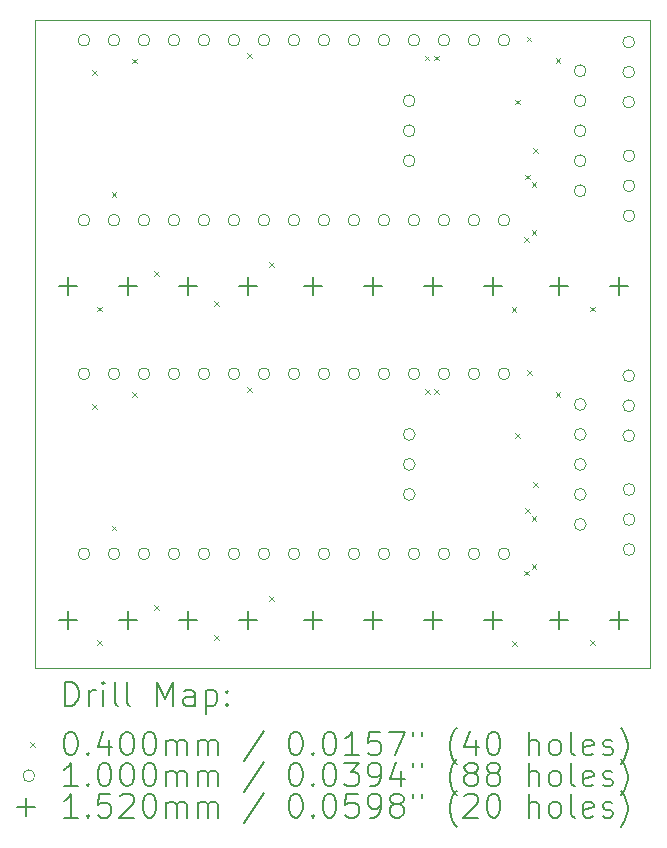
<source format=gbr>
%FSLAX45Y45*%
G04 Gerber Fmt 4.5, Leading zero omitted, Abs format (unit mm)*
G04 Created by KiCad (PCBNEW (6.0.0)) date 2022-10-01 21:34:54*
%MOMM*%
%LPD*%
G01*
G04 APERTURE LIST*
%TA.AperFunction,Profile*%
%ADD10C,0.100000*%
%TD*%
%ADD11C,0.200000*%
%ADD12C,0.040000*%
%ADD13C,0.100000*%
%ADD14C,0.152000*%
G04 APERTURE END LIST*
D10*
X11739380Y-8026400D02*
X16946880Y-8026400D01*
X16946880Y-8026400D02*
X16946880Y-2539500D01*
X16946880Y-2539500D02*
X11739380Y-2539500D01*
X11739380Y-2539500D02*
X11739380Y-8026400D01*
D11*
D12*
X12222300Y-2961460D02*
X12262300Y-3001460D01*
X12262300Y-2961460D02*
X12222300Y-3001460D01*
X12222800Y-5786440D02*
X12262800Y-5826440D01*
X12262800Y-5786440D02*
X12222800Y-5826440D01*
X12262940Y-4962980D02*
X12302940Y-5002980D01*
X12302940Y-4962980D02*
X12262940Y-5002980D01*
X12263440Y-7787960D02*
X12303440Y-7827960D01*
X12303440Y-7787960D02*
X12263440Y-7827960D01*
X12384860Y-3992700D02*
X12424860Y-4032700D01*
X12424860Y-3992700D02*
X12384860Y-4032700D01*
X12385360Y-6817680D02*
X12425360Y-6857680D01*
X12425360Y-6817680D02*
X12385360Y-6857680D01*
X12557580Y-2864940D02*
X12597580Y-2904940D01*
X12597580Y-2864940D02*
X12557580Y-2904940D01*
X12558080Y-5689920D02*
X12598080Y-5729920D01*
X12598080Y-5689920D02*
X12558080Y-5729920D01*
X12745540Y-4663260D02*
X12785540Y-4703260D01*
X12785540Y-4663260D02*
X12745540Y-4703260D01*
X12746040Y-7488240D02*
X12786040Y-7528240D01*
X12786040Y-7488240D02*
X12746040Y-7528240D01*
X13253540Y-4917260D02*
X13293540Y-4957260D01*
X13293540Y-4917260D02*
X13253540Y-4957260D01*
X13254040Y-7742240D02*
X13294040Y-7782240D01*
X13294040Y-7742240D02*
X13254040Y-7782240D01*
X13532940Y-2819220D02*
X13572940Y-2859220D01*
X13572940Y-2819220D02*
X13532940Y-2859220D01*
X13533440Y-5644200D02*
X13573440Y-5684200D01*
X13573440Y-5644200D02*
X13533440Y-5684200D01*
X13720900Y-4587060D02*
X13760900Y-4627060D01*
X13760900Y-4587060D02*
X13720900Y-4627060D01*
X13721400Y-7412040D02*
X13761400Y-7452040D01*
X13761400Y-7412040D02*
X13721400Y-7452040D01*
X15036620Y-2839540D02*
X15076620Y-2879540D01*
X15076620Y-2839540D02*
X15036620Y-2879540D01*
X15037120Y-5664520D02*
X15077120Y-5704520D01*
X15077120Y-5664520D02*
X15037120Y-5704520D01*
X15117900Y-2839540D02*
X15157900Y-2879540D01*
X15157900Y-2839540D02*
X15117900Y-2879540D01*
X15118400Y-5664520D02*
X15158400Y-5704520D01*
X15158400Y-5664520D02*
X15118400Y-5704520D01*
X15773220Y-4968060D02*
X15813220Y-5008060D01*
X15813220Y-4968060D02*
X15773220Y-5008060D01*
X15773720Y-7793040D02*
X15813720Y-7833040D01*
X15813720Y-7793040D02*
X15773720Y-7833040D01*
X15803700Y-3210380D02*
X15843700Y-3250380D01*
X15843700Y-3210380D02*
X15803700Y-3250380D01*
X15804200Y-6035360D02*
X15844200Y-6075360D01*
X15844200Y-6035360D02*
X15804200Y-6075360D01*
X15879900Y-4373700D02*
X15919900Y-4413700D01*
X15919900Y-4373700D02*
X15879900Y-4413700D01*
X15880400Y-7198680D02*
X15920400Y-7238680D01*
X15920400Y-7198680D02*
X15880400Y-7238680D01*
X15884980Y-3845380D02*
X15924980Y-3885380D01*
X15924980Y-3845380D02*
X15884980Y-3885380D01*
X15885480Y-6670360D02*
X15925480Y-6710360D01*
X15925480Y-6670360D02*
X15885480Y-6710360D01*
X15900220Y-2676980D02*
X15940220Y-2716980D01*
X15940220Y-2676980D02*
X15900220Y-2716980D01*
X15900720Y-5501960D02*
X15940720Y-5541960D01*
X15940720Y-5501960D02*
X15900720Y-5541960D01*
X15940860Y-3911420D02*
X15980860Y-3951420D01*
X15980860Y-3911420D02*
X15940860Y-3951420D01*
X15940860Y-4317820D02*
X15980860Y-4357820D01*
X15980860Y-4317820D02*
X15940860Y-4357820D01*
X15941360Y-6736400D02*
X15981360Y-6776400D01*
X15981360Y-6736400D02*
X15941360Y-6776400D01*
X15941360Y-7142800D02*
X15981360Y-7182800D01*
X15981360Y-7142800D02*
X15941360Y-7182800D01*
X15956100Y-3623270D02*
X15996100Y-3663270D01*
X15996100Y-3623270D02*
X15956100Y-3663270D01*
X15956600Y-6448250D02*
X15996600Y-6488250D01*
X15996600Y-6448250D02*
X15956600Y-6488250D01*
X16144060Y-2859860D02*
X16184060Y-2899860D01*
X16184060Y-2859860D02*
X16144060Y-2899860D01*
X16144560Y-5684840D02*
X16184560Y-5724840D01*
X16184560Y-5684840D02*
X16144560Y-5724840D01*
X16438700Y-4962980D02*
X16478700Y-5002980D01*
X16478700Y-4962980D02*
X16438700Y-5002980D01*
X16439200Y-7787960D02*
X16479200Y-7827960D01*
X16479200Y-7787960D02*
X16439200Y-7827960D01*
D13*
X12200860Y-2708140D02*
G75*
G03*
X12200860Y-2708140I-50000J0D01*
G01*
X12200860Y-4232140D02*
G75*
G03*
X12200860Y-4232140I-50000J0D01*
G01*
X12201360Y-5533120D02*
G75*
G03*
X12201360Y-5533120I-50000J0D01*
G01*
X12201360Y-7057120D02*
G75*
G03*
X12201360Y-7057120I-50000J0D01*
G01*
X12454860Y-2708140D02*
G75*
G03*
X12454860Y-2708140I-50000J0D01*
G01*
X12454860Y-4232140D02*
G75*
G03*
X12454860Y-4232140I-50000J0D01*
G01*
X12455360Y-5533120D02*
G75*
G03*
X12455360Y-5533120I-50000J0D01*
G01*
X12455360Y-7057120D02*
G75*
G03*
X12455360Y-7057120I-50000J0D01*
G01*
X12708860Y-2708140D02*
G75*
G03*
X12708860Y-2708140I-50000J0D01*
G01*
X12708860Y-4232140D02*
G75*
G03*
X12708860Y-4232140I-50000J0D01*
G01*
X12709360Y-5533120D02*
G75*
G03*
X12709360Y-5533120I-50000J0D01*
G01*
X12709360Y-7057120D02*
G75*
G03*
X12709360Y-7057120I-50000J0D01*
G01*
X12962860Y-2708140D02*
G75*
G03*
X12962860Y-2708140I-50000J0D01*
G01*
X12962860Y-4232140D02*
G75*
G03*
X12962860Y-4232140I-50000J0D01*
G01*
X12963360Y-5533120D02*
G75*
G03*
X12963360Y-5533120I-50000J0D01*
G01*
X12963360Y-7057120D02*
G75*
G03*
X12963360Y-7057120I-50000J0D01*
G01*
X13216860Y-2708140D02*
G75*
G03*
X13216860Y-2708140I-50000J0D01*
G01*
X13216860Y-4232140D02*
G75*
G03*
X13216860Y-4232140I-50000J0D01*
G01*
X13217360Y-5533120D02*
G75*
G03*
X13217360Y-5533120I-50000J0D01*
G01*
X13217360Y-7057120D02*
G75*
G03*
X13217360Y-7057120I-50000J0D01*
G01*
X13470860Y-2708140D02*
G75*
G03*
X13470860Y-2708140I-50000J0D01*
G01*
X13470860Y-4232140D02*
G75*
G03*
X13470860Y-4232140I-50000J0D01*
G01*
X13471360Y-5533120D02*
G75*
G03*
X13471360Y-5533120I-50000J0D01*
G01*
X13471360Y-7057120D02*
G75*
G03*
X13471360Y-7057120I-50000J0D01*
G01*
X13724860Y-2708140D02*
G75*
G03*
X13724860Y-2708140I-50000J0D01*
G01*
X13724860Y-4232140D02*
G75*
G03*
X13724860Y-4232140I-50000J0D01*
G01*
X13725360Y-5533120D02*
G75*
G03*
X13725360Y-5533120I-50000J0D01*
G01*
X13725360Y-7057120D02*
G75*
G03*
X13725360Y-7057120I-50000J0D01*
G01*
X13978860Y-2708140D02*
G75*
G03*
X13978860Y-2708140I-50000J0D01*
G01*
X13978860Y-4232140D02*
G75*
G03*
X13978860Y-4232140I-50000J0D01*
G01*
X13979360Y-5533120D02*
G75*
G03*
X13979360Y-5533120I-50000J0D01*
G01*
X13979360Y-7057120D02*
G75*
G03*
X13979360Y-7057120I-50000J0D01*
G01*
X14232860Y-2708140D02*
G75*
G03*
X14232860Y-2708140I-50000J0D01*
G01*
X14232860Y-4232140D02*
G75*
G03*
X14232860Y-4232140I-50000J0D01*
G01*
X14233360Y-5533120D02*
G75*
G03*
X14233360Y-5533120I-50000J0D01*
G01*
X14233360Y-7057120D02*
G75*
G03*
X14233360Y-7057120I-50000J0D01*
G01*
X14486860Y-2708140D02*
G75*
G03*
X14486860Y-2708140I-50000J0D01*
G01*
X14486860Y-4232140D02*
G75*
G03*
X14486860Y-4232140I-50000J0D01*
G01*
X14487360Y-5533120D02*
G75*
G03*
X14487360Y-5533120I-50000J0D01*
G01*
X14487360Y-7057120D02*
G75*
G03*
X14487360Y-7057120I-50000J0D01*
G01*
X14740860Y-2708140D02*
G75*
G03*
X14740860Y-2708140I-50000J0D01*
G01*
X14740860Y-4232140D02*
G75*
G03*
X14740860Y-4232140I-50000J0D01*
G01*
X14741360Y-5533120D02*
G75*
G03*
X14741360Y-5533120I-50000J0D01*
G01*
X14741360Y-7057120D02*
G75*
G03*
X14741360Y-7057120I-50000J0D01*
G01*
X14954220Y-3220220D02*
G75*
G03*
X14954220Y-3220220I-50000J0D01*
G01*
X14954220Y-3474220D02*
G75*
G03*
X14954220Y-3474220I-50000J0D01*
G01*
X14954220Y-3728220D02*
G75*
G03*
X14954220Y-3728220I-50000J0D01*
G01*
X14954720Y-6045200D02*
G75*
G03*
X14954720Y-6045200I-50000J0D01*
G01*
X14954720Y-6299200D02*
G75*
G03*
X14954720Y-6299200I-50000J0D01*
G01*
X14954720Y-6553200D02*
G75*
G03*
X14954720Y-6553200I-50000J0D01*
G01*
X14994860Y-2708140D02*
G75*
G03*
X14994860Y-2708140I-50000J0D01*
G01*
X14994860Y-4232140D02*
G75*
G03*
X14994860Y-4232140I-50000J0D01*
G01*
X14995360Y-5533120D02*
G75*
G03*
X14995360Y-5533120I-50000J0D01*
G01*
X14995360Y-7057120D02*
G75*
G03*
X14995360Y-7057120I-50000J0D01*
G01*
X15248860Y-2708140D02*
G75*
G03*
X15248860Y-2708140I-50000J0D01*
G01*
X15248860Y-4232140D02*
G75*
G03*
X15248860Y-4232140I-50000J0D01*
G01*
X15249360Y-5533120D02*
G75*
G03*
X15249360Y-5533120I-50000J0D01*
G01*
X15249360Y-7057120D02*
G75*
G03*
X15249360Y-7057120I-50000J0D01*
G01*
X15502860Y-2708140D02*
G75*
G03*
X15502860Y-2708140I-50000J0D01*
G01*
X15502860Y-4232140D02*
G75*
G03*
X15502860Y-4232140I-50000J0D01*
G01*
X15503360Y-5533120D02*
G75*
G03*
X15503360Y-5533120I-50000J0D01*
G01*
X15503360Y-7057120D02*
G75*
G03*
X15503360Y-7057120I-50000J0D01*
G01*
X15756860Y-2708140D02*
G75*
G03*
X15756860Y-2708140I-50000J0D01*
G01*
X15756860Y-4232140D02*
G75*
G03*
X15756860Y-4232140I-50000J0D01*
G01*
X15757360Y-5533120D02*
G75*
G03*
X15757360Y-5533120I-50000J0D01*
G01*
X15757360Y-7057120D02*
G75*
G03*
X15757360Y-7057120I-50000J0D01*
G01*
X16402020Y-2966220D02*
G75*
G03*
X16402020Y-2966220I-50000J0D01*
G01*
X16402020Y-3220220D02*
G75*
G03*
X16402020Y-3220220I-50000J0D01*
G01*
X16402020Y-3474220D02*
G75*
G03*
X16402020Y-3474220I-50000J0D01*
G01*
X16402020Y-3728220D02*
G75*
G03*
X16402020Y-3728220I-50000J0D01*
G01*
X16402020Y-3982220D02*
G75*
G03*
X16402020Y-3982220I-50000J0D01*
G01*
X16402520Y-5791200D02*
G75*
G03*
X16402520Y-5791200I-50000J0D01*
G01*
X16402520Y-6045200D02*
G75*
G03*
X16402520Y-6045200I-50000J0D01*
G01*
X16402520Y-6299200D02*
G75*
G03*
X16402520Y-6299200I-50000J0D01*
G01*
X16402520Y-6553200D02*
G75*
G03*
X16402520Y-6553200I-50000J0D01*
G01*
X16402520Y-6807200D02*
G75*
G03*
X16402520Y-6807200I-50000J0D01*
G01*
X16813500Y-2723880D02*
G75*
G03*
X16813500Y-2723880I-50000J0D01*
G01*
X16813500Y-2977880D02*
G75*
G03*
X16813500Y-2977880I-50000J0D01*
G01*
X16813500Y-3231880D02*
G75*
G03*
X16813500Y-3231880I-50000J0D01*
G01*
X16814000Y-5548860D02*
G75*
G03*
X16814000Y-5548860I-50000J0D01*
G01*
X16814000Y-5802860D02*
G75*
G03*
X16814000Y-5802860I-50000J0D01*
G01*
X16814000Y-6056860D02*
G75*
G03*
X16814000Y-6056860I-50000J0D01*
G01*
X16816000Y-3686080D02*
G75*
G03*
X16816000Y-3686080I-50000J0D01*
G01*
X16816000Y-3940080D02*
G75*
G03*
X16816000Y-3940080I-50000J0D01*
G01*
X16816000Y-4194080D02*
G75*
G03*
X16816000Y-4194080I-50000J0D01*
G01*
X16816500Y-6511060D02*
G75*
G03*
X16816500Y-6511060I-50000J0D01*
G01*
X16816500Y-6765060D02*
G75*
G03*
X16816500Y-6765060I-50000J0D01*
G01*
X16816500Y-7019060D02*
G75*
G03*
X16816500Y-7019060I-50000J0D01*
G01*
D14*
X12013700Y-4713940D02*
X12013700Y-4865940D01*
X11937700Y-4789940D02*
X12089700Y-4789940D01*
X12014200Y-7538920D02*
X12014200Y-7690920D01*
X11938200Y-7614920D02*
X12090200Y-7614920D01*
X12521700Y-4713940D02*
X12521700Y-4865940D01*
X12445700Y-4789940D02*
X12597700Y-4789940D01*
X12522200Y-7538920D02*
X12522200Y-7690920D01*
X12446200Y-7614920D02*
X12598200Y-7614920D01*
X13029700Y-4713940D02*
X13029700Y-4865940D01*
X12953700Y-4789940D02*
X13105700Y-4789940D01*
X13030200Y-7538920D02*
X13030200Y-7690920D01*
X12954200Y-7614920D02*
X13106200Y-7614920D01*
X13537700Y-4713940D02*
X13537700Y-4865940D01*
X13461700Y-4789940D02*
X13613700Y-4789940D01*
X13538200Y-7538920D02*
X13538200Y-7690920D01*
X13462200Y-7614920D02*
X13614200Y-7614920D01*
X14091420Y-4713940D02*
X14091420Y-4865940D01*
X14015420Y-4789940D02*
X14167420Y-4789940D01*
X14091920Y-7538920D02*
X14091920Y-7690920D01*
X14015920Y-7614920D02*
X14167920Y-7614920D01*
X14599420Y-4713940D02*
X14599420Y-4865940D01*
X14523420Y-4789940D02*
X14675420Y-4789940D01*
X14599920Y-7538920D02*
X14599920Y-7690920D01*
X14523920Y-7614920D02*
X14675920Y-7614920D01*
X15107420Y-4713940D02*
X15107420Y-4865940D01*
X15031420Y-4789940D02*
X15183420Y-4789940D01*
X15107920Y-7538920D02*
X15107920Y-7690920D01*
X15031920Y-7614920D02*
X15183920Y-7614920D01*
X15615420Y-4713940D02*
X15615420Y-4865940D01*
X15539420Y-4789940D02*
X15691420Y-4789940D01*
X15615920Y-7538920D02*
X15615920Y-7690920D01*
X15539920Y-7614920D02*
X15691920Y-7614920D01*
X16169140Y-4713940D02*
X16169140Y-4865940D01*
X16093140Y-4789940D02*
X16245140Y-4789940D01*
X16169640Y-7538920D02*
X16169640Y-7690920D01*
X16093640Y-7614920D02*
X16245640Y-7614920D01*
X16677140Y-4713940D02*
X16677140Y-4865940D01*
X16601140Y-4789940D02*
X16753140Y-4789940D01*
X16677640Y-7538920D02*
X16677640Y-7690920D01*
X16601640Y-7614920D02*
X16753640Y-7614920D01*
D11*
X11991999Y-8341876D02*
X11991999Y-8141876D01*
X12039618Y-8141876D01*
X12068189Y-8151400D01*
X12087237Y-8170448D01*
X12096761Y-8189495D01*
X12106285Y-8227590D01*
X12106285Y-8256162D01*
X12096761Y-8294257D01*
X12087237Y-8313305D01*
X12068189Y-8332352D01*
X12039618Y-8341876D01*
X11991999Y-8341876D01*
X12191999Y-8341876D02*
X12191999Y-8208543D01*
X12191999Y-8246638D02*
X12201523Y-8227590D01*
X12211047Y-8218067D01*
X12230094Y-8208543D01*
X12249142Y-8208543D01*
X12315808Y-8341876D02*
X12315808Y-8208543D01*
X12315808Y-8141876D02*
X12306285Y-8151400D01*
X12315808Y-8160924D01*
X12325332Y-8151400D01*
X12315808Y-8141876D01*
X12315808Y-8160924D01*
X12439618Y-8341876D02*
X12420570Y-8332352D01*
X12411047Y-8313305D01*
X12411047Y-8141876D01*
X12544380Y-8341876D02*
X12525332Y-8332352D01*
X12515808Y-8313305D01*
X12515808Y-8141876D01*
X12772951Y-8341876D02*
X12772951Y-8141876D01*
X12839618Y-8284733D01*
X12906285Y-8141876D01*
X12906285Y-8341876D01*
X13087237Y-8341876D02*
X13087237Y-8237114D01*
X13077713Y-8218067D01*
X13058666Y-8208543D01*
X13020570Y-8208543D01*
X13001523Y-8218067D01*
X13087237Y-8332352D02*
X13068189Y-8341876D01*
X13020570Y-8341876D01*
X13001523Y-8332352D01*
X12991999Y-8313305D01*
X12991999Y-8294257D01*
X13001523Y-8275209D01*
X13020570Y-8265686D01*
X13068189Y-8265686D01*
X13087237Y-8256162D01*
X13182475Y-8208543D02*
X13182475Y-8408543D01*
X13182475Y-8218067D02*
X13201523Y-8208543D01*
X13239618Y-8208543D01*
X13258666Y-8218067D01*
X13268189Y-8227590D01*
X13277713Y-8246638D01*
X13277713Y-8303781D01*
X13268189Y-8322828D01*
X13258666Y-8332352D01*
X13239618Y-8341876D01*
X13201523Y-8341876D01*
X13182475Y-8332352D01*
X13363428Y-8322828D02*
X13372951Y-8332352D01*
X13363428Y-8341876D01*
X13353904Y-8332352D01*
X13363428Y-8322828D01*
X13363428Y-8341876D01*
X13363428Y-8218067D02*
X13372951Y-8227590D01*
X13363428Y-8237114D01*
X13353904Y-8227590D01*
X13363428Y-8218067D01*
X13363428Y-8237114D01*
D12*
X11694380Y-8651400D02*
X11734380Y-8691400D01*
X11734380Y-8651400D02*
X11694380Y-8691400D01*
D11*
X12030094Y-8561876D02*
X12049142Y-8561876D01*
X12068189Y-8571400D01*
X12077713Y-8580924D01*
X12087237Y-8599971D01*
X12096761Y-8638067D01*
X12096761Y-8685686D01*
X12087237Y-8723781D01*
X12077713Y-8742829D01*
X12068189Y-8752352D01*
X12049142Y-8761876D01*
X12030094Y-8761876D01*
X12011047Y-8752352D01*
X12001523Y-8742829D01*
X11991999Y-8723781D01*
X11982475Y-8685686D01*
X11982475Y-8638067D01*
X11991999Y-8599971D01*
X12001523Y-8580924D01*
X12011047Y-8571400D01*
X12030094Y-8561876D01*
X12182475Y-8742829D02*
X12191999Y-8752352D01*
X12182475Y-8761876D01*
X12172951Y-8752352D01*
X12182475Y-8742829D01*
X12182475Y-8761876D01*
X12363428Y-8628543D02*
X12363428Y-8761876D01*
X12315808Y-8552352D02*
X12268189Y-8695210D01*
X12391999Y-8695210D01*
X12506285Y-8561876D02*
X12525332Y-8561876D01*
X12544380Y-8571400D01*
X12553904Y-8580924D01*
X12563428Y-8599971D01*
X12572951Y-8638067D01*
X12572951Y-8685686D01*
X12563428Y-8723781D01*
X12553904Y-8742829D01*
X12544380Y-8752352D01*
X12525332Y-8761876D01*
X12506285Y-8761876D01*
X12487237Y-8752352D01*
X12477713Y-8742829D01*
X12468189Y-8723781D01*
X12458666Y-8685686D01*
X12458666Y-8638067D01*
X12468189Y-8599971D01*
X12477713Y-8580924D01*
X12487237Y-8571400D01*
X12506285Y-8561876D01*
X12696761Y-8561876D02*
X12715808Y-8561876D01*
X12734856Y-8571400D01*
X12744380Y-8580924D01*
X12753904Y-8599971D01*
X12763428Y-8638067D01*
X12763428Y-8685686D01*
X12753904Y-8723781D01*
X12744380Y-8742829D01*
X12734856Y-8752352D01*
X12715808Y-8761876D01*
X12696761Y-8761876D01*
X12677713Y-8752352D01*
X12668189Y-8742829D01*
X12658666Y-8723781D01*
X12649142Y-8685686D01*
X12649142Y-8638067D01*
X12658666Y-8599971D01*
X12668189Y-8580924D01*
X12677713Y-8571400D01*
X12696761Y-8561876D01*
X12849142Y-8761876D02*
X12849142Y-8628543D01*
X12849142Y-8647590D02*
X12858666Y-8638067D01*
X12877713Y-8628543D01*
X12906285Y-8628543D01*
X12925332Y-8638067D01*
X12934856Y-8657114D01*
X12934856Y-8761876D01*
X12934856Y-8657114D02*
X12944380Y-8638067D01*
X12963428Y-8628543D01*
X12991999Y-8628543D01*
X13011047Y-8638067D01*
X13020570Y-8657114D01*
X13020570Y-8761876D01*
X13115808Y-8761876D02*
X13115808Y-8628543D01*
X13115808Y-8647590D02*
X13125332Y-8638067D01*
X13144380Y-8628543D01*
X13172951Y-8628543D01*
X13191999Y-8638067D01*
X13201523Y-8657114D01*
X13201523Y-8761876D01*
X13201523Y-8657114D02*
X13211047Y-8638067D01*
X13230094Y-8628543D01*
X13258666Y-8628543D01*
X13277713Y-8638067D01*
X13287237Y-8657114D01*
X13287237Y-8761876D01*
X13677713Y-8552352D02*
X13506285Y-8809495D01*
X13934856Y-8561876D02*
X13953904Y-8561876D01*
X13972951Y-8571400D01*
X13982475Y-8580924D01*
X13991999Y-8599971D01*
X14001523Y-8638067D01*
X14001523Y-8685686D01*
X13991999Y-8723781D01*
X13982475Y-8742829D01*
X13972951Y-8752352D01*
X13953904Y-8761876D01*
X13934856Y-8761876D01*
X13915808Y-8752352D01*
X13906285Y-8742829D01*
X13896761Y-8723781D01*
X13887237Y-8685686D01*
X13887237Y-8638067D01*
X13896761Y-8599971D01*
X13906285Y-8580924D01*
X13915808Y-8571400D01*
X13934856Y-8561876D01*
X14087237Y-8742829D02*
X14096761Y-8752352D01*
X14087237Y-8761876D01*
X14077713Y-8752352D01*
X14087237Y-8742829D01*
X14087237Y-8761876D01*
X14220570Y-8561876D02*
X14239618Y-8561876D01*
X14258666Y-8571400D01*
X14268189Y-8580924D01*
X14277713Y-8599971D01*
X14287237Y-8638067D01*
X14287237Y-8685686D01*
X14277713Y-8723781D01*
X14268189Y-8742829D01*
X14258666Y-8752352D01*
X14239618Y-8761876D01*
X14220570Y-8761876D01*
X14201523Y-8752352D01*
X14191999Y-8742829D01*
X14182475Y-8723781D01*
X14172951Y-8685686D01*
X14172951Y-8638067D01*
X14182475Y-8599971D01*
X14191999Y-8580924D01*
X14201523Y-8571400D01*
X14220570Y-8561876D01*
X14477713Y-8761876D02*
X14363428Y-8761876D01*
X14420570Y-8761876D02*
X14420570Y-8561876D01*
X14401523Y-8590448D01*
X14382475Y-8609495D01*
X14363428Y-8619019D01*
X14658666Y-8561876D02*
X14563428Y-8561876D01*
X14553904Y-8657114D01*
X14563428Y-8647590D01*
X14582475Y-8638067D01*
X14630094Y-8638067D01*
X14649142Y-8647590D01*
X14658666Y-8657114D01*
X14668189Y-8676162D01*
X14668189Y-8723781D01*
X14658666Y-8742829D01*
X14649142Y-8752352D01*
X14630094Y-8761876D01*
X14582475Y-8761876D01*
X14563428Y-8752352D01*
X14553904Y-8742829D01*
X14734856Y-8561876D02*
X14868189Y-8561876D01*
X14782475Y-8761876D01*
X14934856Y-8561876D02*
X14934856Y-8599971D01*
X15011047Y-8561876D02*
X15011047Y-8599971D01*
X15306285Y-8838067D02*
X15296761Y-8828543D01*
X15277713Y-8799971D01*
X15268189Y-8780924D01*
X15258666Y-8752352D01*
X15249142Y-8704733D01*
X15249142Y-8666638D01*
X15258666Y-8619019D01*
X15268189Y-8590448D01*
X15277713Y-8571400D01*
X15296761Y-8542829D01*
X15306285Y-8533305D01*
X15468189Y-8628543D02*
X15468189Y-8761876D01*
X15420570Y-8552352D02*
X15372951Y-8695210D01*
X15496761Y-8695210D01*
X15611047Y-8561876D02*
X15630094Y-8561876D01*
X15649142Y-8571400D01*
X15658666Y-8580924D01*
X15668189Y-8599971D01*
X15677713Y-8638067D01*
X15677713Y-8685686D01*
X15668189Y-8723781D01*
X15658666Y-8742829D01*
X15649142Y-8752352D01*
X15630094Y-8761876D01*
X15611047Y-8761876D01*
X15591999Y-8752352D01*
X15582475Y-8742829D01*
X15572951Y-8723781D01*
X15563428Y-8685686D01*
X15563428Y-8638067D01*
X15572951Y-8599971D01*
X15582475Y-8580924D01*
X15591999Y-8571400D01*
X15611047Y-8561876D01*
X15915808Y-8761876D02*
X15915808Y-8561876D01*
X16001523Y-8761876D02*
X16001523Y-8657114D01*
X15991999Y-8638067D01*
X15972951Y-8628543D01*
X15944380Y-8628543D01*
X15925332Y-8638067D01*
X15915808Y-8647590D01*
X16125332Y-8761876D02*
X16106285Y-8752352D01*
X16096761Y-8742829D01*
X16087237Y-8723781D01*
X16087237Y-8666638D01*
X16096761Y-8647590D01*
X16106285Y-8638067D01*
X16125332Y-8628543D01*
X16153904Y-8628543D01*
X16172951Y-8638067D01*
X16182475Y-8647590D01*
X16191999Y-8666638D01*
X16191999Y-8723781D01*
X16182475Y-8742829D01*
X16172951Y-8752352D01*
X16153904Y-8761876D01*
X16125332Y-8761876D01*
X16306285Y-8761876D02*
X16287237Y-8752352D01*
X16277713Y-8733305D01*
X16277713Y-8561876D01*
X16458666Y-8752352D02*
X16439618Y-8761876D01*
X16401523Y-8761876D01*
X16382475Y-8752352D01*
X16372951Y-8733305D01*
X16372951Y-8657114D01*
X16382475Y-8638067D01*
X16401523Y-8628543D01*
X16439618Y-8628543D01*
X16458666Y-8638067D01*
X16468189Y-8657114D01*
X16468189Y-8676162D01*
X16372951Y-8695210D01*
X16544380Y-8752352D02*
X16563428Y-8761876D01*
X16601523Y-8761876D01*
X16620570Y-8752352D01*
X16630094Y-8733305D01*
X16630094Y-8723781D01*
X16620570Y-8704733D01*
X16601523Y-8695210D01*
X16572951Y-8695210D01*
X16553904Y-8685686D01*
X16544380Y-8666638D01*
X16544380Y-8657114D01*
X16553904Y-8638067D01*
X16572951Y-8628543D01*
X16601523Y-8628543D01*
X16620570Y-8638067D01*
X16696761Y-8838067D02*
X16706285Y-8828543D01*
X16725332Y-8799971D01*
X16734856Y-8780924D01*
X16744380Y-8752352D01*
X16753904Y-8704733D01*
X16753904Y-8666638D01*
X16744380Y-8619019D01*
X16734856Y-8590448D01*
X16725332Y-8571400D01*
X16706285Y-8542829D01*
X16696761Y-8533305D01*
D13*
X11734380Y-8935400D02*
G75*
G03*
X11734380Y-8935400I-50000J0D01*
G01*
D11*
X12096761Y-9025876D02*
X11982475Y-9025876D01*
X12039618Y-9025876D02*
X12039618Y-8825876D01*
X12020570Y-8854448D01*
X12001523Y-8873495D01*
X11982475Y-8883019D01*
X12182475Y-9006829D02*
X12191999Y-9016352D01*
X12182475Y-9025876D01*
X12172951Y-9016352D01*
X12182475Y-9006829D01*
X12182475Y-9025876D01*
X12315808Y-8825876D02*
X12334856Y-8825876D01*
X12353904Y-8835400D01*
X12363428Y-8844924D01*
X12372951Y-8863971D01*
X12382475Y-8902067D01*
X12382475Y-8949686D01*
X12372951Y-8987781D01*
X12363428Y-9006829D01*
X12353904Y-9016352D01*
X12334856Y-9025876D01*
X12315808Y-9025876D01*
X12296761Y-9016352D01*
X12287237Y-9006829D01*
X12277713Y-8987781D01*
X12268189Y-8949686D01*
X12268189Y-8902067D01*
X12277713Y-8863971D01*
X12287237Y-8844924D01*
X12296761Y-8835400D01*
X12315808Y-8825876D01*
X12506285Y-8825876D02*
X12525332Y-8825876D01*
X12544380Y-8835400D01*
X12553904Y-8844924D01*
X12563428Y-8863971D01*
X12572951Y-8902067D01*
X12572951Y-8949686D01*
X12563428Y-8987781D01*
X12553904Y-9006829D01*
X12544380Y-9016352D01*
X12525332Y-9025876D01*
X12506285Y-9025876D01*
X12487237Y-9016352D01*
X12477713Y-9006829D01*
X12468189Y-8987781D01*
X12458666Y-8949686D01*
X12458666Y-8902067D01*
X12468189Y-8863971D01*
X12477713Y-8844924D01*
X12487237Y-8835400D01*
X12506285Y-8825876D01*
X12696761Y-8825876D02*
X12715808Y-8825876D01*
X12734856Y-8835400D01*
X12744380Y-8844924D01*
X12753904Y-8863971D01*
X12763428Y-8902067D01*
X12763428Y-8949686D01*
X12753904Y-8987781D01*
X12744380Y-9006829D01*
X12734856Y-9016352D01*
X12715808Y-9025876D01*
X12696761Y-9025876D01*
X12677713Y-9016352D01*
X12668189Y-9006829D01*
X12658666Y-8987781D01*
X12649142Y-8949686D01*
X12649142Y-8902067D01*
X12658666Y-8863971D01*
X12668189Y-8844924D01*
X12677713Y-8835400D01*
X12696761Y-8825876D01*
X12849142Y-9025876D02*
X12849142Y-8892543D01*
X12849142Y-8911590D02*
X12858666Y-8902067D01*
X12877713Y-8892543D01*
X12906285Y-8892543D01*
X12925332Y-8902067D01*
X12934856Y-8921114D01*
X12934856Y-9025876D01*
X12934856Y-8921114D02*
X12944380Y-8902067D01*
X12963428Y-8892543D01*
X12991999Y-8892543D01*
X13011047Y-8902067D01*
X13020570Y-8921114D01*
X13020570Y-9025876D01*
X13115808Y-9025876D02*
X13115808Y-8892543D01*
X13115808Y-8911590D02*
X13125332Y-8902067D01*
X13144380Y-8892543D01*
X13172951Y-8892543D01*
X13191999Y-8902067D01*
X13201523Y-8921114D01*
X13201523Y-9025876D01*
X13201523Y-8921114D02*
X13211047Y-8902067D01*
X13230094Y-8892543D01*
X13258666Y-8892543D01*
X13277713Y-8902067D01*
X13287237Y-8921114D01*
X13287237Y-9025876D01*
X13677713Y-8816352D02*
X13506285Y-9073495D01*
X13934856Y-8825876D02*
X13953904Y-8825876D01*
X13972951Y-8835400D01*
X13982475Y-8844924D01*
X13991999Y-8863971D01*
X14001523Y-8902067D01*
X14001523Y-8949686D01*
X13991999Y-8987781D01*
X13982475Y-9006829D01*
X13972951Y-9016352D01*
X13953904Y-9025876D01*
X13934856Y-9025876D01*
X13915808Y-9016352D01*
X13906285Y-9006829D01*
X13896761Y-8987781D01*
X13887237Y-8949686D01*
X13887237Y-8902067D01*
X13896761Y-8863971D01*
X13906285Y-8844924D01*
X13915808Y-8835400D01*
X13934856Y-8825876D01*
X14087237Y-9006829D02*
X14096761Y-9016352D01*
X14087237Y-9025876D01*
X14077713Y-9016352D01*
X14087237Y-9006829D01*
X14087237Y-9025876D01*
X14220570Y-8825876D02*
X14239618Y-8825876D01*
X14258666Y-8835400D01*
X14268189Y-8844924D01*
X14277713Y-8863971D01*
X14287237Y-8902067D01*
X14287237Y-8949686D01*
X14277713Y-8987781D01*
X14268189Y-9006829D01*
X14258666Y-9016352D01*
X14239618Y-9025876D01*
X14220570Y-9025876D01*
X14201523Y-9016352D01*
X14191999Y-9006829D01*
X14182475Y-8987781D01*
X14172951Y-8949686D01*
X14172951Y-8902067D01*
X14182475Y-8863971D01*
X14191999Y-8844924D01*
X14201523Y-8835400D01*
X14220570Y-8825876D01*
X14353904Y-8825876D02*
X14477713Y-8825876D01*
X14411047Y-8902067D01*
X14439618Y-8902067D01*
X14458666Y-8911590D01*
X14468189Y-8921114D01*
X14477713Y-8940162D01*
X14477713Y-8987781D01*
X14468189Y-9006829D01*
X14458666Y-9016352D01*
X14439618Y-9025876D01*
X14382475Y-9025876D01*
X14363428Y-9016352D01*
X14353904Y-9006829D01*
X14572951Y-9025876D02*
X14611047Y-9025876D01*
X14630094Y-9016352D01*
X14639618Y-9006829D01*
X14658666Y-8978257D01*
X14668189Y-8940162D01*
X14668189Y-8863971D01*
X14658666Y-8844924D01*
X14649142Y-8835400D01*
X14630094Y-8825876D01*
X14591999Y-8825876D01*
X14572951Y-8835400D01*
X14563428Y-8844924D01*
X14553904Y-8863971D01*
X14553904Y-8911590D01*
X14563428Y-8930638D01*
X14572951Y-8940162D01*
X14591999Y-8949686D01*
X14630094Y-8949686D01*
X14649142Y-8940162D01*
X14658666Y-8930638D01*
X14668189Y-8911590D01*
X14839618Y-8892543D02*
X14839618Y-9025876D01*
X14791999Y-8816352D02*
X14744380Y-8959210D01*
X14868189Y-8959210D01*
X14934856Y-8825876D02*
X14934856Y-8863971D01*
X15011047Y-8825876D02*
X15011047Y-8863971D01*
X15306285Y-9102067D02*
X15296761Y-9092543D01*
X15277713Y-9063971D01*
X15268189Y-9044924D01*
X15258666Y-9016352D01*
X15249142Y-8968733D01*
X15249142Y-8930638D01*
X15258666Y-8883019D01*
X15268189Y-8854448D01*
X15277713Y-8835400D01*
X15296761Y-8806829D01*
X15306285Y-8797305D01*
X15411047Y-8911590D02*
X15391999Y-8902067D01*
X15382475Y-8892543D01*
X15372951Y-8873495D01*
X15372951Y-8863971D01*
X15382475Y-8844924D01*
X15391999Y-8835400D01*
X15411047Y-8825876D01*
X15449142Y-8825876D01*
X15468189Y-8835400D01*
X15477713Y-8844924D01*
X15487237Y-8863971D01*
X15487237Y-8873495D01*
X15477713Y-8892543D01*
X15468189Y-8902067D01*
X15449142Y-8911590D01*
X15411047Y-8911590D01*
X15391999Y-8921114D01*
X15382475Y-8930638D01*
X15372951Y-8949686D01*
X15372951Y-8987781D01*
X15382475Y-9006829D01*
X15391999Y-9016352D01*
X15411047Y-9025876D01*
X15449142Y-9025876D01*
X15468189Y-9016352D01*
X15477713Y-9006829D01*
X15487237Y-8987781D01*
X15487237Y-8949686D01*
X15477713Y-8930638D01*
X15468189Y-8921114D01*
X15449142Y-8911590D01*
X15601523Y-8911590D02*
X15582475Y-8902067D01*
X15572951Y-8892543D01*
X15563428Y-8873495D01*
X15563428Y-8863971D01*
X15572951Y-8844924D01*
X15582475Y-8835400D01*
X15601523Y-8825876D01*
X15639618Y-8825876D01*
X15658666Y-8835400D01*
X15668189Y-8844924D01*
X15677713Y-8863971D01*
X15677713Y-8873495D01*
X15668189Y-8892543D01*
X15658666Y-8902067D01*
X15639618Y-8911590D01*
X15601523Y-8911590D01*
X15582475Y-8921114D01*
X15572951Y-8930638D01*
X15563428Y-8949686D01*
X15563428Y-8987781D01*
X15572951Y-9006829D01*
X15582475Y-9016352D01*
X15601523Y-9025876D01*
X15639618Y-9025876D01*
X15658666Y-9016352D01*
X15668189Y-9006829D01*
X15677713Y-8987781D01*
X15677713Y-8949686D01*
X15668189Y-8930638D01*
X15658666Y-8921114D01*
X15639618Y-8911590D01*
X15915808Y-9025876D02*
X15915808Y-8825876D01*
X16001523Y-9025876D02*
X16001523Y-8921114D01*
X15991999Y-8902067D01*
X15972951Y-8892543D01*
X15944380Y-8892543D01*
X15925332Y-8902067D01*
X15915808Y-8911590D01*
X16125332Y-9025876D02*
X16106285Y-9016352D01*
X16096761Y-9006829D01*
X16087237Y-8987781D01*
X16087237Y-8930638D01*
X16096761Y-8911590D01*
X16106285Y-8902067D01*
X16125332Y-8892543D01*
X16153904Y-8892543D01*
X16172951Y-8902067D01*
X16182475Y-8911590D01*
X16191999Y-8930638D01*
X16191999Y-8987781D01*
X16182475Y-9006829D01*
X16172951Y-9016352D01*
X16153904Y-9025876D01*
X16125332Y-9025876D01*
X16306285Y-9025876D02*
X16287237Y-9016352D01*
X16277713Y-8997305D01*
X16277713Y-8825876D01*
X16458666Y-9016352D02*
X16439618Y-9025876D01*
X16401523Y-9025876D01*
X16382475Y-9016352D01*
X16372951Y-8997305D01*
X16372951Y-8921114D01*
X16382475Y-8902067D01*
X16401523Y-8892543D01*
X16439618Y-8892543D01*
X16458666Y-8902067D01*
X16468189Y-8921114D01*
X16468189Y-8940162D01*
X16372951Y-8959210D01*
X16544380Y-9016352D02*
X16563428Y-9025876D01*
X16601523Y-9025876D01*
X16620570Y-9016352D01*
X16630094Y-8997305D01*
X16630094Y-8987781D01*
X16620570Y-8968733D01*
X16601523Y-8959210D01*
X16572951Y-8959210D01*
X16553904Y-8949686D01*
X16544380Y-8930638D01*
X16544380Y-8921114D01*
X16553904Y-8902067D01*
X16572951Y-8892543D01*
X16601523Y-8892543D01*
X16620570Y-8902067D01*
X16696761Y-9102067D02*
X16706285Y-9092543D01*
X16725332Y-9063971D01*
X16734856Y-9044924D01*
X16744380Y-9016352D01*
X16753904Y-8968733D01*
X16753904Y-8930638D01*
X16744380Y-8883019D01*
X16734856Y-8854448D01*
X16725332Y-8835400D01*
X16706285Y-8806829D01*
X16696761Y-8797305D01*
D14*
X11658380Y-9123400D02*
X11658380Y-9275400D01*
X11582380Y-9199400D02*
X11734380Y-9199400D01*
D11*
X12096761Y-9289876D02*
X11982475Y-9289876D01*
X12039618Y-9289876D02*
X12039618Y-9089876D01*
X12020570Y-9118448D01*
X12001523Y-9137495D01*
X11982475Y-9147019D01*
X12182475Y-9270829D02*
X12191999Y-9280352D01*
X12182475Y-9289876D01*
X12172951Y-9280352D01*
X12182475Y-9270829D01*
X12182475Y-9289876D01*
X12372951Y-9089876D02*
X12277713Y-9089876D01*
X12268189Y-9185114D01*
X12277713Y-9175590D01*
X12296761Y-9166067D01*
X12344380Y-9166067D01*
X12363428Y-9175590D01*
X12372951Y-9185114D01*
X12382475Y-9204162D01*
X12382475Y-9251781D01*
X12372951Y-9270829D01*
X12363428Y-9280352D01*
X12344380Y-9289876D01*
X12296761Y-9289876D01*
X12277713Y-9280352D01*
X12268189Y-9270829D01*
X12458666Y-9108924D02*
X12468189Y-9099400D01*
X12487237Y-9089876D01*
X12534856Y-9089876D01*
X12553904Y-9099400D01*
X12563428Y-9108924D01*
X12572951Y-9127971D01*
X12572951Y-9147019D01*
X12563428Y-9175590D01*
X12449142Y-9289876D01*
X12572951Y-9289876D01*
X12696761Y-9089876D02*
X12715808Y-9089876D01*
X12734856Y-9099400D01*
X12744380Y-9108924D01*
X12753904Y-9127971D01*
X12763428Y-9166067D01*
X12763428Y-9213686D01*
X12753904Y-9251781D01*
X12744380Y-9270829D01*
X12734856Y-9280352D01*
X12715808Y-9289876D01*
X12696761Y-9289876D01*
X12677713Y-9280352D01*
X12668189Y-9270829D01*
X12658666Y-9251781D01*
X12649142Y-9213686D01*
X12649142Y-9166067D01*
X12658666Y-9127971D01*
X12668189Y-9108924D01*
X12677713Y-9099400D01*
X12696761Y-9089876D01*
X12849142Y-9289876D02*
X12849142Y-9156543D01*
X12849142Y-9175590D02*
X12858666Y-9166067D01*
X12877713Y-9156543D01*
X12906285Y-9156543D01*
X12925332Y-9166067D01*
X12934856Y-9185114D01*
X12934856Y-9289876D01*
X12934856Y-9185114D02*
X12944380Y-9166067D01*
X12963428Y-9156543D01*
X12991999Y-9156543D01*
X13011047Y-9166067D01*
X13020570Y-9185114D01*
X13020570Y-9289876D01*
X13115808Y-9289876D02*
X13115808Y-9156543D01*
X13115808Y-9175590D02*
X13125332Y-9166067D01*
X13144380Y-9156543D01*
X13172951Y-9156543D01*
X13191999Y-9166067D01*
X13201523Y-9185114D01*
X13201523Y-9289876D01*
X13201523Y-9185114D02*
X13211047Y-9166067D01*
X13230094Y-9156543D01*
X13258666Y-9156543D01*
X13277713Y-9166067D01*
X13287237Y-9185114D01*
X13287237Y-9289876D01*
X13677713Y-9080352D02*
X13506285Y-9337495D01*
X13934856Y-9089876D02*
X13953904Y-9089876D01*
X13972951Y-9099400D01*
X13982475Y-9108924D01*
X13991999Y-9127971D01*
X14001523Y-9166067D01*
X14001523Y-9213686D01*
X13991999Y-9251781D01*
X13982475Y-9270829D01*
X13972951Y-9280352D01*
X13953904Y-9289876D01*
X13934856Y-9289876D01*
X13915808Y-9280352D01*
X13906285Y-9270829D01*
X13896761Y-9251781D01*
X13887237Y-9213686D01*
X13887237Y-9166067D01*
X13896761Y-9127971D01*
X13906285Y-9108924D01*
X13915808Y-9099400D01*
X13934856Y-9089876D01*
X14087237Y-9270829D02*
X14096761Y-9280352D01*
X14087237Y-9289876D01*
X14077713Y-9280352D01*
X14087237Y-9270829D01*
X14087237Y-9289876D01*
X14220570Y-9089876D02*
X14239618Y-9089876D01*
X14258666Y-9099400D01*
X14268189Y-9108924D01*
X14277713Y-9127971D01*
X14287237Y-9166067D01*
X14287237Y-9213686D01*
X14277713Y-9251781D01*
X14268189Y-9270829D01*
X14258666Y-9280352D01*
X14239618Y-9289876D01*
X14220570Y-9289876D01*
X14201523Y-9280352D01*
X14191999Y-9270829D01*
X14182475Y-9251781D01*
X14172951Y-9213686D01*
X14172951Y-9166067D01*
X14182475Y-9127971D01*
X14191999Y-9108924D01*
X14201523Y-9099400D01*
X14220570Y-9089876D01*
X14468189Y-9089876D02*
X14372951Y-9089876D01*
X14363428Y-9185114D01*
X14372951Y-9175590D01*
X14391999Y-9166067D01*
X14439618Y-9166067D01*
X14458666Y-9175590D01*
X14468189Y-9185114D01*
X14477713Y-9204162D01*
X14477713Y-9251781D01*
X14468189Y-9270829D01*
X14458666Y-9280352D01*
X14439618Y-9289876D01*
X14391999Y-9289876D01*
X14372951Y-9280352D01*
X14363428Y-9270829D01*
X14572951Y-9289876D02*
X14611047Y-9289876D01*
X14630094Y-9280352D01*
X14639618Y-9270829D01*
X14658666Y-9242257D01*
X14668189Y-9204162D01*
X14668189Y-9127971D01*
X14658666Y-9108924D01*
X14649142Y-9099400D01*
X14630094Y-9089876D01*
X14591999Y-9089876D01*
X14572951Y-9099400D01*
X14563428Y-9108924D01*
X14553904Y-9127971D01*
X14553904Y-9175590D01*
X14563428Y-9194638D01*
X14572951Y-9204162D01*
X14591999Y-9213686D01*
X14630094Y-9213686D01*
X14649142Y-9204162D01*
X14658666Y-9194638D01*
X14668189Y-9175590D01*
X14782475Y-9175590D02*
X14763428Y-9166067D01*
X14753904Y-9156543D01*
X14744380Y-9137495D01*
X14744380Y-9127971D01*
X14753904Y-9108924D01*
X14763428Y-9099400D01*
X14782475Y-9089876D01*
X14820570Y-9089876D01*
X14839618Y-9099400D01*
X14849142Y-9108924D01*
X14858666Y-9127971D01*
X14858666Y-9137495D01*
X14849142Y-9156543D01*
X14839618Y-9166067D01*
X14820570Y-9175590D01*
X14782475Y-9175590D01*
X14763428Y-9185114D01*
X14753904Y-9194638D01*
X14744380Y-9213686D01*
X14744380Y-9251781D01*
X14753904Y-9270829D01*
X14763428Y-9280352D01*
X14782475Y-9289876D01*
X14820570Y-9289876D01*
X14839618Y-9280352D01*
X14849142Y-9270829D01*
X14858666Y-9251781D01*
X14858666Y-9213686D01*
X14849142Y-9194638D01*
X14839618Y-9185114D01*
X14820570Y-9175590D01*
X14934856Y-9089876D02*
X14934856Y-9127971D01*
X15011047Y-9089876D02*
X15011047Y-9127971D01*
X15306285Y-9366067D02*
X15296761Y-9356543D01*
X15277713Y-9327971D01*
X15268189Y-9308924D01*
X15258666Y-9280352D01*
X15249142Y-9232733D01*
X15249142Y-9194638D01*
X15258666Y-9147019D01*
X15268189Y-9118448D01*
X15277713Y-9099400D01*
X15296761Y-9070829D01*
X15306285Y-9061305D01*
X15372951Y-9108924D02*
X15382475Y-9099400D01*
X15401523Y-9089876D01*
X15449142Y-9089876D01*
X15468189Y-9099400D01*
X15477713Y-9108924D01*
X15487237Y-9127971D01*
X15487237Y-9147019D01*
X15477713Y-9175590D01*
X15363428Y-9289876D01*
X15487237Y-9289876D01*
X15611047Y-9089876D02*
X15630094Y-9089876D01*
X15649142Y-9099400D01*
X15658666Y-9108924D01*
X15668189Y-9127971D01*
X15677713Y-9166067D01*
X15677713Y-9213686D01*
X15668189Y-9251781D01*
X15658666Y-9270829D01*
X15649142Y-9280352D01*
X15630094Y-9289876D01*
X15611047Y-9289876D01*
X15591999Y-9280352D01*
X15582475Y-9270829D01*
X15572951Y-9251781D01*
X15563428Y-9213686D01*
X15563428Y-9166067D01*
X15572951Y-9127971D01*
X15582475Y-9108924D01*
X15591999Y-9099400D01*
X15611047Y-9089876D01*
X15915808Y-9289876D02*
X15915808Y-9089876D01*
X16001523Y-9289876D02*
X16001523Y-9185114D01*
X15991999Y-9166067D01*
X15972951Y-9156543D01*
X15944380Y-9156543D01*
X15925332Y-9166067D01*
X15915808Y-9175590D01*
X16125332Y-9289876D02*
X16106285Y-9280352D01*
X16096761Y-9270829D01*
X16087237Y-9251781D01*
X16087237Y-9194638D01*
X16096761Y-9175590D01*
X16106285Y-9166067D01*
X16125332Y-9156543D01*
X16153904Y-9156543D01*
X16172951Y-9166067D01*
X16182475Y-9175590D01*
X16191999Y-9194638D01*
X16191999Y-9251781D01*
X16182475Y-9270829D01*
X16172951Y-9280352D01*
X16153904Y-9289876D01*
X16125332Y-9289876D01*
X16306285Y-9289876D02*
X16287237Y-9280352D01*
X16277713Y-9261305D01*
X16277713Y-9089876D01*
X16458666Y-9280352D02*
X16439618Y-9289876D01*
X16401523Y-9289876D01*
X16382475Y-9280352D01*
X16372951Y-9261305D01*
X16372951Y-9185114D01*
X16382475Y-9166067D01*
X16401523Y-9156543D01*
X16439618Y-9156543D01*
X16458666Y-9166067D01*
X16468189Y-9185114D01*
X16468189Y-9204162D01*
X16372951Y-9223210D01*
X16544380Y-9280352D02*
X16563428Y-9289876D01*
X16601523Y-9289876D01*
X16620570Y-9280352D01*
X16630094Y-9261305D01*
X16630094Y-9251781D01*
X16620570Y-9232733D01*
X16601523Y-9223210D01*
X16572951Y-9223210D01*
X16553904Y-9213686D01*
X16544380Y-9194638D01*
X16544380Y-9185114D01*
X16553904Y-9166067D01*
X16572951Y-9156543D01*
X16601523Y-9156543D01*
X16620570Y-9166067D01*
X16696761Y-9366067D02*
X16706285Y-9356543D01*
X16725332Y-9327971D01*
X16734856Y-9308924D01*
X16744380Y-9280352D01*
X16753904Y-9232733D01*
X16753904Y-9194638D01*
X16744380Y-9147019D01*
X16734856Y-9118448D01*
X16725332Y-9099400D01*
X16706285Y-9070829D01*
X16696761Y-9061305D01*
M02*

</source>
